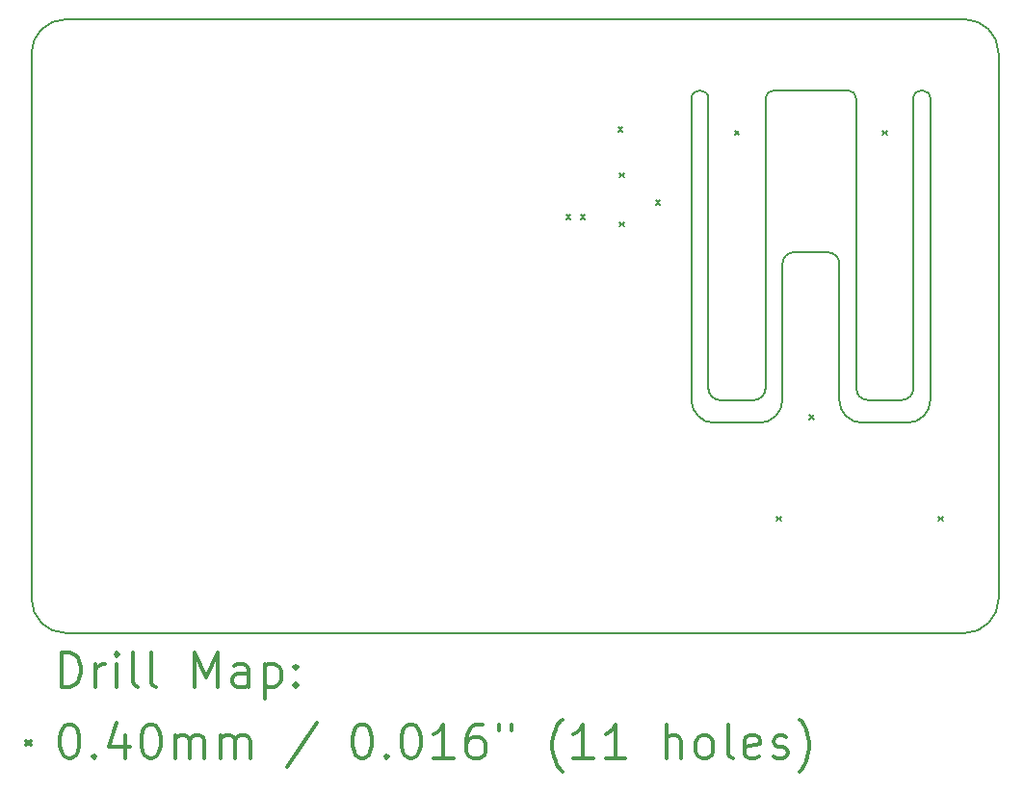
<source format=gbr>
%FSLAX45Y45*%
G04 Gerber Fmt 4.5, Leading zero omitted, Abs format (unit mm)*
G04 Created by KiCad (PCBNEW 4.0.7) date 07/08/18 18:21:31*
%MOMM*%
%LPD*%
G01*
G04 APERTURE LIST*
%ADD10C,0.127000*%
%ADD11C,0.150000*%
%ADD12C,0.200000*%
%ADD13C,0.300000*%
G04 APERTURE END LIST*
D10*
D11*
X13175000Y-6125000D02*
X12525000Y-6125000D01*
X13250000Y-6200000D02*
G75*
G03X13175000Y-6125000I-75000J0D01*
G01*
X12525000Y-6125000D02*
G75*
G03X12450000Y-6200000I0J-75000D01*
G01*
X13900000Y-6200000D02*
G75*
G03X13750000Y-6200000I-75000J0D01*
G01*
X11950000Y-6200000D02*
G75*
G03X11800000Y-6200000I-75000J0D01*
G01*
X13700000Y-9050000D02*
X13300000Y-9050000D01*
X12400000Y-9050000D02*
X12000000Y-9050000D01*
X11800000Y-8850000D02*
G75*
G03X12000000Y-9050000I200000J0D01*
G01*
X12400000Y-9050000D02*
G75*
G03X12600000Y-8850000I0J200000D01*
G01*
X12700000Y-7550000D02*
X13000000Y-7550000D01*
X13350000Y-8850000D02*
X13650000Y-8850000D01*
X12050000Y-8850000D02*
X12350000Y-8850000D01*
X11950000Y-8750000D02*
X11950000Y-8750000D01*
X12450000Y-6200000D02*
X12450000Y-8750000D01*
X12350000Y-8850000D02*
G75*
G03X12450000Y-8750000I0J100000D01*
G01*
X11950000Y-8750000D02*
G75*
G03X12050000Y-8850000I100000J0D01*
G01*
X13650000Y-8850000D02*
G75*
G03X13750000Y-8750000I0J100000D01*
G01*
X13750000Y-6200000D02*
X13750000Y-8750000D01*
X11950000Y-6200000D02*
X11950000Y-8750000D01*
X13250000Y-8750000D02*
G75*
G03X13350000Y-8850000I100000J0D01*
G01*
X13250000Y-6200000D02*
X13250000Y-8750000D01*
X13100000Y-8850000D02*
G75*
G03X13300000Y-9050000I200000J0D01*
G01*
X12700000Y-7550000D02*
G75*
G03X12600000Y-7650000I0J-100000D01*
G01*
X13100000Y-7650000D02*
G75*
G03X13000000Y-7550000I-100000J0D01*
G01*
X13100000Y-8850000D02*
X13100000Y-7650000D01*
X12600000Y-8850000D02*
X12600000Y-7650000D01*
X11800000Y-6200000D02*
X11800000Y-8850000D01*
X13700000Y-9050000D02*
G75*
G03X13900000Y-8850000I0J200000D01*
G01*
X13900000Y-6200000D02*
X13900000Y-8850000D01*
X14200000Y-10900000D02*
G75*
G03X14500000Y-10600000I0J300000D01*
G01*
X14500000Y-5800000D02*
G75*
G03X14200000Y-5500000I-300000J0D01*
G01*
X6000000Y-10600000D02*
G75*
G03X6300000Y-10900000I300000J0D01*
G01*
X6300000Y-5500000D02*
G75*
G03X6000000Y-5800000I0J-300000D01*
G01*
X6300000Y-10900000D02*
X14200000Y-10900000D01*
X6000000Y-10600000D02*
X6000000Y-5800000D01*
X14500000Y-5800000D02*
X14500000Y-10600000D01*
X6300000Y-5500000D02*
X14200000Y-5500000D01*
D12*
X10698800Y-7219003D02*
X10738800Y-7259003D01*
X10738800Y-7219003D02*
X10698800Y-7259003D01*
X10825800Y-7219000D02*
X10865800Y-7259000D01*
X10865800Y-7219000D02*
X10825800Y-7259000D01*
X11156000Y-6451919D02*
X11196000Y-6491919D01*
X11196000Y-6451919D02*
X11156000Y-6491919D01*
X11168700Y-6850700D02*
X11208700Y-6890700D01*
X11208700Y-6850700D02*
X11168700Y-6890700D01*
X11168700Y-7282500D02*
X11208700Y-7322500D01*
X11208700Y-7282500D02*
X11168700Y-7322500D01*
X11486200Y-7092000D02*
X11526200Y-7132000D01*
X11526200Y-7092000D02*
X11486200Y-7132000D01*
X12180000Y-6480000D02*
X12220000Y-6520000D01*
X12220000Y-6480000D02*
X12180000Y-6520000D01*
X12549800Y-9873300D02*
X12589800Y-9913300D01*
X12589800Y-9873300D02*
X12549800Y-9913300D01*
X12838750Y-8977949D02*
X12878750Y-9017949D01*
X12878750Y-8977949D02*
X12838750Y-9017949D01*
X13480000Y-6480000D02*
X13520000Y-6520000D01*
X13520000Y-6480000D02*
X13480000Y-6520000D01*
X13970600Y-9873300D02*
X14010600Y-9913300D01*
X14010600Y-9873300D02*
X13970600Y-9913300D01*
D13*
X6263928Y-11373214D02*
X6263928Y-11073214D01*
X6335357Y-11073214D01*
X6378214Y-11087500D01*
X6406786Y-11116072D01*
X6421071Y-11144643D01*
X6435357Y-11201786D01*
X6435357Y-11244643D01*
X6421071Y-11301786D01*
X6406786Y-11330357D01*
X6378214Y-11358929D01*
X6335357Y-11373214D01*
X6263928Y-11373214D01*
X6563928Y-11373214D02*
X6563928Y-11173214D01*
X6563928Y-11230357D02*
X6578214Y-11201786D01*
X6592500Y-11187500D01*
X6621071Y-11173214D01*
X6649643Y-11173214D01*
X6749643Y-11373214D02*
X6749643Y-11173214D01*
X6749643Y-11073214D02*
X6735357Y-11087500D01*
X6749643Y-11101786D01*
X6763928Y-11087500D01*
X6749643Y-11073214D01*
X6749643Y-11101786D01*
X6935357Y-11373214D02*
X6906786Y-11358929D01*
X6892500Y-11330357D01*
X6892500Y-11073214D01*
X7092500Y-11373214D02*
X7063928Y-11358929D01*
X7049643Y-11330357D01*
X7049643Y-11073214D01*
X7435357Y-11373214D02*
X7435357Y-11073214D01*
X7535357Y-11287500D01*
X7635357Y-11073214D01*
X7635357Y-11373214D01*
X7906786Y-11373214D02*
X7906786Y-11216071D01*
X7892500Y-11187500D01*
X7863928Y-11173214D01*
X7806786Y-11173214D01*
X7778214Y-11187500D01*
X7906786Y-11358929D02*
X7878214Y-11373214D01*
X7806786Y-11373214D01*
X7778214Y-11358929D01*
X7763928Y-11330357D01*
X7763928Y-11301786D01*
X7778214Y-11273214D01*
X7806786Y-11258929D01*
X7878214Y-11258929D01*
X7906786Y-11244643D01*
X8049643Y-11173214D02*
X8049643Y-11473214D01*
X8049643Y-11187500D02*
X8078214Y-11173214D01*
X8135357Y-11173214D01*
X8163928Y-11187500D01*
X8178214Y-11201786D01*
X8192500Y-11230357D01*
X8192500Y-11316071D01*
X8178214Y-11344643D01*
X8163928Y-11358929D01*
X8135357Y-11373214D01*
X8078214Y-11373214D01*
X8049643Y-11358929D01*
X8321071Y-11344643D02*
X8335357Y-11358929D01*
X8321071Y-11373214D01*
X8306786Y-11358929D01*
X8321071Y-11344643D01*
X8321071Y-11373214D01*
X8321071Y-11187500D02*
X8335357Y-11201786D01*
X8321071Y-11216071D01*
X8306786Y-11201786D01*
X8321071Y-11187500D01*
X8321071Y-11216071D01*
X5952500Y-11847500D02*
X5992500Y-11887500D01*
X5992500Y-11847500D02*
X5952500Y-11887500D01*
X6321071Y-11703214D02*
X6349643Y-11703214D01*
X6378214Y-11717500D01*
X6392500Y-11731786D01*
X6406786Y-11760357D01*
X6421071Y-11817500D01*
X6421071Y-11888929D01*
X6406786Y-11946071D01*
X6392500Y-11974643D01*
X6378214Y-11988929D01*
X6349643Y-12003214D01*
X6321071Y-12003214D01*
X6292500Y-11988929D01*
X6278214Y-11974643D01*
X6263928Y-11946071D01*
X6249643Y-11888929D01*
X6249643Y-11817500D01*
X6263928Y-11760357D01*
X6278214Y-11731786D01*
X6292500Y-11717500D01*
X6321071Y-11703214D01*
X6549643Y-11974643D02*
X6563928Y-11988929D01*
X6549643Y-12003214D01*
X6535357Y-11988929D01*
X6549643Y-11974643D01*
X6549643Y-12003214D01*
X6821071Y-11803214D02*
X6821071Y-12003214D01*
X6749643Y-11688929D02*
X6678214Y-11903214D01*
X6863928Y-11903214D01*
X7035357Y-11703214D02*
X7063928Y-11703214D01*
X7092500Y-11717500D01*
X7106786Y-11731786D01*
X7121071Y-11760357D01*
X7135357Y-11817500D01*
X7135357Y-11888929D01*
X7121071Y-11946071D01*
X7106786Y-11974643D01*
X7092500Y-11988929D01*
X7063928Y-12003214D01*
X7035357Y-12003214D01*
X7006786Y-11988929D01*
X6992500Y-11974643D01*
X6978214Y-11946071D01*
X6963928Y-11888929D01*
X6963928Y-11817500D01*
X6978214Y-11760357D01*
X6992500Y-11731786D01*
X7006786Y-11717500D01*
X7035357Y-11703214D01*
X7263928Y-12003214D02*
X7263928Y-11803214D01*
X7263928Y-11831786D02*
X7278214Y-11817500D01*
X7306786Y-11803214D01*
X7349643Y-11803214D01*
X7378214Y-11817500D01*
X7392500Y-11846071D01*
X7392500Y-12003214D01*
X7392500Y-11846071D02*
X7406786Y-11817500D01*
X7435357Y-11803214D01*
X7478214Y-11803214D01*
X7506786Y-11817500D01*
X7521071Y-11846071D01*
X7521071Y-12003214D01*
X7663928Y-12003214D02*
X7663928Y-11803214D01*
X7663928Y-11831786D02*
X7678214Y-11817500D01*
X7706786Y-11803214D01*
X7749643Y-11803214D01*
X7778214Y-11817500D01*
X7792500Y-11846071D01*
X7792500Y-12003214D01*
X7792500Y-11846071D02*
X7806786Y-11817500D01*
X7835357Y-11803214D01*
X7878214Y-11803214D01*
X7906786Y-11817500D01*
X7921071Y-11846071D01*
X7921071Y-12003214D01*
X8506786Y-11688929D02*
X8249643Y-12074643D01*
X8892500Y-11703214D02*
X8921071Y-11703214D01*
X8949643Y-11717500D01*
X8963928Y-11731786D01*
X8978214Y-11760357D01*
X8992500Y-11817500D01*
X8992500Y-11888929D01*
X8978214Y-11946071D01*
X8963928Y-11974643D01*
X8949643Y-11988929D01*
X8921071Y-12003214D01*
X8892500Y-12003214D01*
X8863928Y-11988929D01*
X8849643Y-11974643D01*
X8835357Y-11946071D01*
X8821071Y-11888929D01*
X8821071Y-11817500D01*
X8835357Y-11760357D01*
X8849643Y-11731786D01*
X8863928Y-11717500D01*
X8892500Y-11703214D01*
X9121071Y-11974643D02*
X9135357Y-11988929D01*
X9121071Y-12003214D01*
X9106786Y-11988929D01*
X9121071Y-11974643D01*
X9121071Y-12003214D01*
X9321071Y-11703214D02*
X9349643Y-11703214D01*
X9378214Y-11717500D01*
X9392500Y-11731786D01*
X9406786Y-11760357D01*
X9421071Y-11817500D01*
X9421071Y-11888929D01*
X9406786Y-11946071D01*
X9392500Y-11974643D01*
X9378214Y-11988929D01*
X9349643Y-12003214D01*
X9321071Y-12003214D01*
X9292500Y-11988929D01*
X9278214Y-11974643D01*
X9263928Y-11946071D01*
X9249643Y-11888929D01*
X9249643Y-11817500D01*
X9263928Y-11760357D01*
X9278214Y-11731786D01*
X9292500Y-11717500D01*
X9321071Y-11703214D01*
X9706786Y-12003214D02*
X9535357Y-12003214D01*
X9621071Y-12003214D02*
X9621071Y-11703214D01*
X9592500Y-11746071D01*
X9563928Y-11774643D01*
X9535357Y-11788929D01*
X9963928Y-11703214D02*
X9906786Y-11703214D01*
X9878214Y-11717500D01*
X9863928Y-11731786D01*
X9835357Y-11774643D01*
X9821071Y-11831786D01*
X9821071Y-11946071D01*
X9835357Y-11974643D01*
X9849643Y-11988929D01*
X9878214Y-12003214D01*
X9935357Y-12003214D01*
X9963928Y-11988929D01*
X9978214Y-11974643D01*
X9992500Y-11946071D01*
X9992500Y-11874643D01*
X9978214Y-11846071D01*
X9963928Y-11831786D01*
X9935357Y-11817500D01*
X9878214Y-11817500D01*
X9849643Y-11831786D01*
X9835357Y-11846071D01*
X9821071Y-11874643D01*
X10106786Y-11703214D02*
X10106786Y-11760357D01*
X10221071Y-11703214D02*
X10221071Y-11760357D01*
X10663928Y-12117500D02*
X10649643Y-12103214D01*
X10621071Y-12060357D01*
X10606786Y-12031786D01*
X10592500Y-11988929D01*
X10578214Y-11917500D01*
X10578214Y-11860357D01*
X10592500Y-11788929D01*
X10606786Y-11746071D01*
X10621071Y-11717500D01*
X10649643Y-11674643D01*
X10663928Y-11660357D01*
X10935357Y-12003214D02*
X10763928Y-12003214D01*
X10849643Y-12003214D02*
X10849643Y-11703214D01*
X10821071Y-11746071D01*
X10792500Y-11774643D01*
X10763928Y-11788929D01*
X11221071Y-12003214D02*
X11049643Y-12003214D01*
X11135357Y-12003214D02*
X11135357Y-11703214D01*
X11106786Y-11746071D01*
X11078214Y-11774643D01*
X11049643Y-11788929D01*
X11578214Y-12003214D02*
X11578214Y-11703214D01*
X11706785Y-12003214D02*
X11706785Y-11846071D01*
X11692500Y-11817500D01*
X11663928Y-11803214D01*
X11621071Y-11803214D01*
X11592500Y-11817500D01*
X11578214Y-11831786D01*
X11892500Y-12003214D02*
X11863928Y-11988929D01*
X11849643Y-11974643D01*
X11835357Y-11946071D01*
X11835357Y-11860357D01*
X11849643Y-11831786D01*
X11863928Y-11817500D01*
X11892500Y-11803214D01*
X11935357Y-11803214D01*
X11963928Y-11817500D01*
X11978214Y-11831786D01*
X11992500Y-11860357D01*
X11992500Y-11946071D01*
X11978214Y-11974643D01*
X11963928Y-11988929D01*
X11935357Y-12003214D01*
X11892500Y-12003214D01*
X12163928Y-12003214D02*
X12135357Y-11988929D01*
X12121071Y-11960357D01*
X12121071Y-11703214D01*
X12392500Y-11988929D02*
X12363928Y-12003214D01*
X12306786Y-12003214D01*
X12278214Y-11988929D01*
X12263928Y-11960357D01*
X12263928Y-11846071D01*
X12278214Y-11817500D01*
X12306786Y-11803214D01*
X12363928Y-11803214D01*
X12392500Y-11817500D01*
X12406786Y-11846071D01*
X12406786Y-11874643D01*
X12263928Y-11903214D01*
X12521071Y-11988929D02*
X12549643Y-12003214D01*
X12606786Y-12003214D01*
X12635357Y-11988929D01*
X12649643Y-11960357D01*
X12649643Y-11946071D01*
X12635357Y-11917500D01*
X12606786Y-11903214D01*
X12563928Y-11903214D01*
X12535357Y-11888929D01*
X12521071Y-11860357D01*
X12521071Y-11846071D01*
X12535357Y-11817500D01*
X12563928Y-11803214D01*
X12606786Y-11803214D01*
X12635357Y-11817500D01*
X12749643Y-12117500D02*
X12763928Y-12103214D01*
X12792500Y-12060357D01*
X12806786Y-12031786D01*
X12821071Y-11988929D01*
X12835357Y-11917500D01*
X12835357Y-11860357D01*
X12821071Y-11788929D01*
X12806786Y-11746071D01*
X12792500Y-11717500D01*
X12763928Y-11674643D01*
X12749643Y-11660357D01*
M02*

</source>
